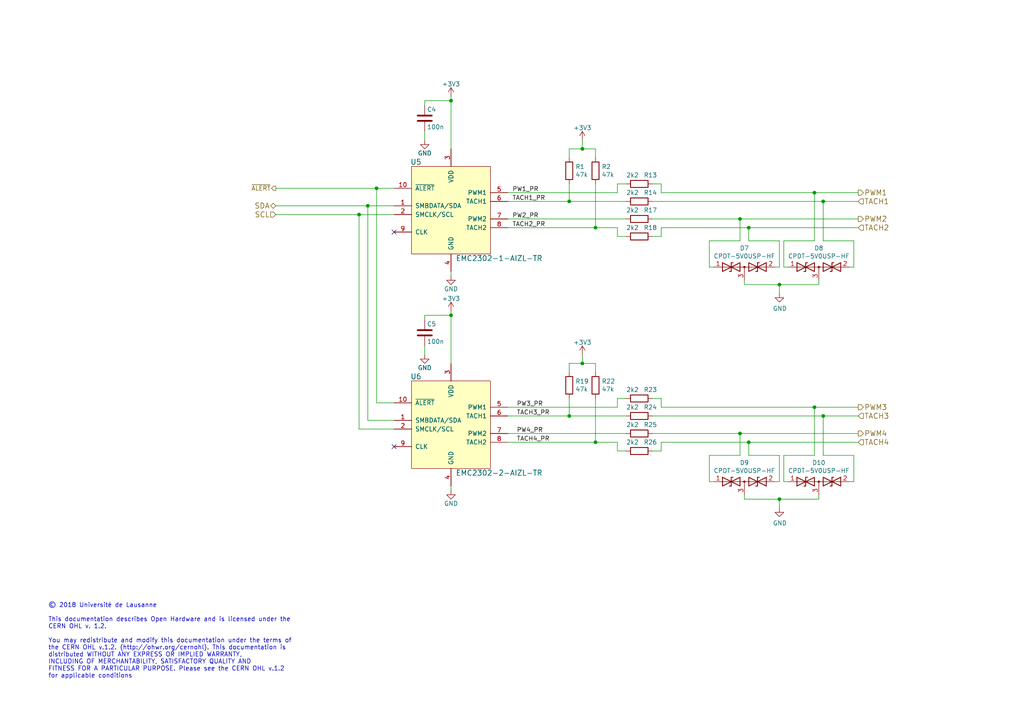
<source format=kicad_sch>
(kicad_sch (version 20231120) (generator "eeschema") (generator_version "8.0")
  (paper "A4")
  (title_block (title "4 Wire PC FAN Controller") (date "06/11/2018") (rev "B") (company "Université de Lausanne") (comment 1 "Author: Alexandre Tuleu") (comment 2 "Licensed under the CERN OHL v1.2"))
  (lib_symbols
    (symbol "Device:C" (pin_numbers hide) (pin_names (offset 0.254))
      (property "Reference" "C" (at 0.635 2.54 0))
      (property "Value" "C" (at 0.635 -2.54 0))
      (symbol "C_0_1"
        (polyline (pts (xy -2.032 -0.762) (xy 2.032 -0.762)) (stroke (width 0.508)))
        (polyline (pts (xy -2.032 0.762) (xy 2.032 0.762)) (stroke (width 0.508)))
      )
      (symbol "C_1_1"
        (pin passive line (at 0 3.81 270) (length 2.794) (name "~") (number "1"))
        (pin passive line (at 0 -3.81 90) (length 2.794) (name "~") (number "2"))
      )
    )
    (symbol "Device:D_TVS_Dual_AAC" (pin_names (offset 1.016) hide)
      (property "Reference" "D" (at 0 4.445 0))
      (property "Value" "D_TVS_Dual_AAC" (at 0 2.54 0))
      (symbol "D_TVS_Dual_AAC_0_0"
        (polyline (pts (xy 0 -1.27) (xy 0 0)))
      )
      (symbol "D_TVS_Dual_AAC_0_1"
        (polyline (pts (xy -6.35 0) (xy 6.35 0)))
        (polyline (pts (xy -3.302 1.27) (xy -3.81 1.27) (xy -3.81 -1.27) (xy -4.318 -1.27)) (stroke (width 0.254)))
        (polyline (pts (xy 4.318 1.27) (xy 3.81 1.27) (xy 3.81 -1.27) (xy 3.302 -1.27)) (stroke (width 0.254)))
        (polyline (pts (xy -6.35 1.27) (xy -1.27 -1.27) (xy -1.27 1.27) (xy -6.35 -1.27) (xy -6.35 1.27)) (stroke (width 0.254)))
        (polyline (pts (xy 6.35 1.27) (xy 1.27 -1.27) (xy 1.27 1.27) (xy 6.35 -1.27) (xy 6.35 1.27)) (stroke (width 0.254)))
        (circle (center 0 0) (radius 0.254) (fill (type outline)))
      )
      (symbol "D_TVS_Dual_AAC_1_1"
        (pin passive line (at -8.89 0 0) (length 2.54) (name "A1") (number "1"))
        (pin passive line (at 8.89 0 180) (length 2.54) (name "A2") (number "2"))
        (pin passive line (at 0 -3.81 90) (length 2.54) (name "common") (number "3"))
      )
    )
    (symbol "Device:R" (pin_numbers hide) (pin_names (offset 0))
      (property "Reference" "R" (at 2.032 0 90))
      (property "Value" "R" (at 0 0 90))
      (symbol "R_0_1"
        (rectangle (start -1.016 -2.54) (end 1.016 2.54) (stroke (width 0.254)))
      )
      (symbol "R_1_1"
        (pin passive line (at 0 3.81 270) (length 1.27) (name "~") (number "1"))
        (pin passive line (at 0 -3.81 90) (length 1.27) (name "~") (number "2"))
      )
    )
    (symbol "fort:EMC2302-1-AIZL-TR" (pin_names (offset 1.016))
      (property "Reference" "U" (at -10.16 13.97 0))
      (property "Value" "EMC2302-1-AIZL-TR" (at 12.7 -13.97 0))
      (symbol "EMC2302-1-AIZL-TR_0_1"
        (rectangle (start -11.43 12.7) (end 11.43 -12.7) (fill (type background)))
      )
      (symbol "EMC2302-1-AIZL-TR_1_1"
        (pin bidirectional line (at -16.51 1.27 0) (length 5.08) (name "SMBDATA/SDA") (number "1"))
        (pin bidirectional line (at -16.51 6.35 0) (length 5.08) (name "~{ALERT}") (number "10"))
        (pin input line (at -16.51 -1.27 0) (length 5.08) (name "SMCLK/SCL") (number "2"))
        (pin power_in line (at 0 17.78 270) (length 5.08) (name "VDD") (number "3"))
        (pin power_in line (at 0 -17.78 90) (length 5.08) (name "GND") (number "4"))
        (pin open_collector line (at 16.51 5.08 180) (length 5.08) (name "PWM1") (number "5"))
        (pin open_collector line (at 16.51 2.54 180) (length 5.08) (name "TACH1") (number "6"))
        (pin open_collector line (at 16.51 -2.54 180) (length 5.08) (name "PWM2") (number "7"))
        (pin open_collector line (at 16.51 -5.08 180) (length 5.08) (name "TACH2") (number "8"))
        (pin bidirectional line (at -16.51 -6.35 0) (length 5.08) (name "CLK") (number "9"))
      )
    )
    (symbol "fort:EMC2302-2-AIZL-TR" (pin_names (offset 1.016))
      (property "Reference" "U" (at -10.16 13.97 0))
      (property "Value" "EMC2302-2-AIZL-TR" (at 12.7 -13.97 0))
      (symbol "EMC2302-2-AIZL-TR_0_1"
        (rectangle (start -11.43 12.7) (end 11.43 -12.7) (fill (type background)))
      )
      (symbol "EMC2302-2-AIZL-TR_1_1"
        (pin bidirectional line (at -16.51 1.27 0) (length 5.08) (name "SMBDATA/SDA") (number "1"))
        (pin bidirectional line (at -16.51 6.35 0) (length 5.08) (name "~{ALERT}") (number "10"))
        (pin input line (at -16.51 -1.27 0) (length 5.08) (name "SMCLK/SCL") (number "2"))
        (pin power_in line (at 0 17.78 270) (length 5.08) (name "VDD") (number "3"))
        (pin power_in line (at 0 -17.78 90) (length 5.08) (name "GND") (number "4"))
        (pin open_collector line (at 16.51 5.08 180) (length 5.08) (name "PWM1") (number "5"))
        (pin open_collector line (at 16.51 2.54 180) (length 5.08) (name "TACH1") (number "6"))
        (pin open_collector line (at 16.51 -2.54 180) (length 5.08) (name "PWM2") (number "7"))
        (pin open_collector line (at 16.51 -5.08 180) (length 5.08) (name "TACH2") (number "8"))
        (pin bidirectional line (at -16.51 -6.35 0) (length 5.08) (name "CLK") (number "9"))
      )
    )
    (symbol "zeus-rescue:+3.3V-power" (power) (pin_names (offset 0))
      (property "Value" "power_+3.3V" (at 0 3.556 0))
      (symbol "+3.3V-power_0_1"
        (polyline (pts (xy -0.762 1.27) (xy 0 2.54)))
        (polyline (pts (xy 0 0) (xy 0 2.54)))
        (polyline (pts (xy 0 2.54) (xy 0.762 1.27)))
      )
      (symbol "+3.3V-power_1_1"
        (pin power_in line (at 0 0 90) (length 0) hide (name "+3V3") (number "1"))
      )
    )
    (symbol "zeus-rescue:GND-power" (power) (pin_names (offset 0))
      (property "Value" "power_GND" (at 0 -3.81 0))
      (symbol "GND-power_0_1"
        (polyline (pts (xy 0 0) (xy 0 -1.27) (xy 1.27 -1.27) (xy 0 -2.54) (xy -1.27 -1.27) (xy 0 -1.27)))
      )
      (symbol "GND-power_1_1"
        (pin power_in line (at 0 0 270) (length 0) hide (name "GND") (number "1"))
      )
    )
  )
  (junction (at 214.63 125.73))
  (junction (at 130.81 91.44))
  (junction (at 130.81 29.21))
  (junction (at 236.22 118.11))
  (junction (at 165.1 120.65))
  (junction (at 226.06 82.55))
  (junction (at 217.17 128.27))
  (junction (at 172.72 66.04))
  (junction (at 168.91 105.41))
  (junction (at 172.72 128.27))
  (junction (at 226.06 144.78))
  (junction (at 168.91 43.18))
  (junction (at 165.1 58.42))
  (junction (at 238.76 58.42))
  (junction (at 109.22 54.61))
  (junction (at 104.14 62.23))
  (junction (at 236.22 55.88))
  (junction (at 106.68 59.69))
  (junction (at 217.17 66.04))
  (junction (at 214.63 63.5))
  (junction (at 238.76 120.65))
  (no_connect (at 114.3 129.54))
  (no_connect (at 114.3 67.31))
  (wire (pts (xy 191.77 55.88) (xy 236.22 55.88)))
  (wire (pts (xy 214.63 125.73) (xy 248.92 125.73)))
  (wire (pts (xy 172.72 115.57) (xy 172.72 128.27)))
  (wire (pts (xy 147.32 120.65) (xy 165.1 120.65)))
  (wire (pts (xy 215.9 144.78) (xy 226.06 144.78)))
  (wire (pts (xy 236.22 118.11) (xy 248.92 118.11)))
  (wire (pts (xy 247.65 132.08) (xy 238.76 132.08)))
  (wire (pts (xy 181.61 115.57) (xy 179.07 115.57)))
  (wire (pts (xy 165.1 43.18) (xy 168.91 43.18)))
  (wire (pts (xy 147.32 118.11) (xy 179.07 118.11)))
  (wire (pts (xy 123.19 102.87) (xy 123.19 100.33)))
  (wire (pts (xy 191.77 66.04) (xy 217.17 66.04)))
  (wire (pts (xy 147.32 125.73) (xy 181.61 125.73)))
  (wire (pts (xy 191.77 53.34) (xy 191.77 55.88)))
  (wire (pts (xy 179.07 128.27) (xy 179.07 130.81)))
  (wire (pts (xy 237.49 82.55) (xy 237.49 81.28)))
  (wire (pts (xy 226.06 132.08) (xy 217.17 132.08)))
  (wire (pts (xy 224.79 77.47) (xy 226.06 77.47)))
  (wire (pts (xy 226.06 144.78) (xy 237.49 144.78)))
  (wire (pts (xy 191.77 128.27) (xy 217.17 128.27)))
  (wire (pts (xy 179.07 66.04) (xy 179.07 68.58)))
  (wire (pts (xy 80.01 62.23) (xy 104.14 62.23)))
  (wire (pts (xy 189.23 120.65) (xy 238.76 120.65)))
  (wire (pts (xy 130.81 29.21) (xy 130.81 43.18)))
  (wire (pts (xy 189.23 53.34) (xy 191.77 53.34)))
  (wire (pts (xy 165.1 53.34) (xy 165.1 58.42)))
  (wire (pts (xy 226.06 82.55) (xy 237.49 82.55)))
  (wire (pts (xy 227.33 77.47) (xy 227.33 69.85)))
  (wire (pts (xy 80.01 54.61) (xy 109.22 54.61)))
  (wire (pts (xy 106.68 59.69) (xy 114.3 59.69)))
  (wire (pts (xy 80.01 59.69) (xy 106.68 59.69)))
  (wire (pts (xy 205.74 139.7) (xy 205.74 132.08)))
  (wire (pts (xy 191.77 130.81) (xy 191.77 128.27)))
  (wire (pts (xy 205.74 77.47) (xy 205.74 69.85)))
  (wire (pts (xy 227.33 69.85) (xy 236.22 69.85)))
  (wire (pts (xy 246.38 77.47) (xy 247.65 77.47)))
  (wire (pts (xy 165.1 120.65) (xy 181.61 120.65)))
  (wire (pts (xy 226.06 77.47) (xy 226.06 69.85)))
  (wire (pts (xy 165.1 115.57) (xy 165.1 120.65)))
  (wire (pts (xy 228.6 139.7) (xy 227.33 139.7)))
  (wire (pts (xy 168.91 43.18) (xy 168.91 40.64)))
  (wire (pts (xy 226.06 69.85) (xy 217.17 69.85)))
  (wire (pts (xy 172.72 66.04) (xy 179.07 66.04)))
  (wire (pts (xy 147.32 58.42) (xy 165.1 58.42)))
  (wire (pts (xy 189.23 130.81) (xy 191.77 130.81)))
  (wire (pts (xy 226.06 147.32) (xy 226.06 144.78)))
  (wire (pts (xy 189.23 68.58) (xy 191.77 68.58)))
  (wire (pts (xy 179.07 55.88) (xy 147.32 55.88)))
  (wire (pts (xy 147.32 66.04) (xy 172.72 66.04)))
  (wire (pts (xy 130.81 78.74) (xy 130.81 80.01)))
  (wire (pts (xy 179.07 130.81) (xy 181.61 130.81)))
  (wire (pts (xy 130.81 27.94) (xy 130.81 29.21)))
  (wire (pts (xy 215.9 143.51) (xy 215.9 144.78)))
  (wire (pts (xy 214.63 69.85) (xy 214.63 63.5)))
  (wire (pts (xy 189.23 63.5) (xy 214.63 63.5)))
  (wire (pts (xy 104.14 124.46) (xy 114.3 124.46)))
  (wire (pts (xy 130.81 91.44) (xy 130.81 105.41)))
  (wire (pts (xy 228.6 77.47) (xy 227.33 77.47)))
  (wire (pts (xy 165.1 105.41) (xy 168.91 105.41)))
  (wire (pts (xy 109.22 116.84) (xy 109.22 54.61)))
  (wire (pts (xy 227.33 139.7) (xy 227.33 132.08)))
  (wire (pts (xy 123.19 29.21) (xy 130.81 29.21)))
  (wire (pts (xy 236.22 132.08) (xy 236.22 118.11)))
  (wire (pts (xy 247.65 139.7) (xy 247.65 132.08)))
  (wire (pts (xy 165.1 45.72) (xy 165.1 43.18)))
  (wire (pts (xy 238.76 69.85) (xy 238.76 58.42)))
  (wire (pts (xy 172.72 107.95) (xy 172.72 105.41)))
  (wire (pts (xy 109.22 54.61) (xy 114.3 54.61)))
  (wire (pts (xy 147.32 63.5) (xy 181.61 63.5)))
  (wire (pts (xy 114.3 116.84) (xy 109.22 116.84)))
  (wire (pts (xy 191.77 68.58) (xy 191.77 66.04)))
  (wire (pts (xy 238.76 120.65) (xy 248.92 120.65)))
  (wire (pts (xy 123.19 40.64) (xy 123.19 38.1)))
  (wire (pts (xy 205.74 132.08) (xy 214.63 132.08)))
  (wire (pts (xy 238.76 58.42) (xy 248.92 58.42)))
  (wire (pts (xy 179.07 118.11) (xy 179.07 115.57)))
  (wire (pts (xy 179.07 68.58) (xy 181.61 68.58)))
  (wire (pts (xy 205.74 69.85) (xy 214.63 69.85)))
  (wire (pts (xy 172.72 53.34) (xy 172.72 66.04)))
  (wire (pts (xy 123.19 30.48) (xy 123.19 29.21)))
  (wire (pts (xy 214.63 132.08) (xy 214.63 125.73)))
  (wire (pts (xy 106.68 121.92) (xy 114.3 121.92)))
  (wire (pts (xy 191.77 118.11) (xy 236.22 118.11)))
  (wire (pts (xy 165.1 107.95) (xy 165.1 105.41)))
  (wire (pts (xy 217.17 66.04) (xy 248.92 66.04)))
  (wire (pts (xy 123.19 92.71) (xy 123.19 91.44)))
  (wire (pts (xy 215.9 82.55) (xy 226.06 82.55)))
  (wire (pts (xy 179.07 53.34) (xy 179.07 55.88)))
  (wire (pts (xy 236.22 55.88) (xy 248.92 55.88)))
  (wire (pts (xy 207.01 77.47) (xy 205.74 77.47)))
  (wire (pts (xy 104.14 62.23) (xy 114.3 62.23)))
  (wire (pts (xy 172.72 45.72) (xy 172.72 43.18)))
  (wire (pts (xy 237.49 144.78) (xy 237.49 143.51)))
  (wire (pts (xy 172.72 128.27) (xy 179.07 128.27)))
  (wire (pts (xy 189.23 58.42) (xy 238.76 58.42)))
  (wire (pts (xy 106.68 121.92) (xy 106.68 59.69)))
  (wire (pts (xy 227.33 132.08) (xy 236.22 132.08)))
  (wire (pts (xy 147.32 128.27) (xy 172.72 128.27)))
  (wire (pts (xy 191.77 115.57) (xy 191.77 118.11)))
  (wire (pts (xy 246.38 139.7) (xy 247.65 139.7)))
  (wire (pts (xy 238.76 132.08) (xy 238.76 120.65)))
  (wire (pts (xy 168.91 105.41) (xy 168.91 102.87)))
  (wire (pts (xy 189.23 115.57) (xy 191.77 115.57)))
  (wire (pts (xy 217.17 69.85) (xy 217.17 66.04)))
  (wire (pts (xy 214.63 63.5) (xy 248.92 63.5)))
  (wire (pts (xy 130.81 140.97) (xy 130.81 142.24)))
  (wire (pts (xy 130.81 90.17) (xy 130.81 91.44)))
  (wire (pts (xy 207.01 139.7) (xy 205.74 139.7)))
  (wire (pts (xy 217.17 132.08) (xy 217.17 128.27)))
  (wire (pts (xy 215.9 81.28) (xy 215.9 82.55)))
  (wire (pts (xy 247.65 69.85) (xy 238.76 69.85)))
  (wire (pts (xy 236.22 69.85) (xy 236.22 55.88)))
  (wire (pts (xy 104.14 62.23) (xy 104.14 124.46)))
  (wire (pts (xy 181.61 53.34) (xy 179.07 53.34)))
  (wire (pts (xy 168.91 105.41) (xy 172.72 105.41)))
  (wire (pts (xy 217.17 128.27) (xy 248.92 128.27)))
  (wire (pts (xy 123.19 91.44) (xy 130.81 91.44)))
  (wire (pts (xy 226.06 139.7) (xy 226.06 132.08)))
  (wire (pts (xy 226.06 85.09) (xy 226.06 82.55)))
  (wire (pts (xy 168.91 43.18) (xy 172.72 43.18)))
  (wire (pts (xy 189.23 125.73) (xy 214.63 125.73)))
  (wire (pts (xy 247.65 77.47) (xy 247.65 69.85)))
  (wire (pts (xy 224.79 139.7) (xy 226.06 139.7)))
  (wire (pts (xy 165.1 58.42) (xy 181.61 58.42)))
  (text "© 2018 Université de Lausanne\n\nThis documentation describes Open Hardware and is licensed under the\nCERN OHL v. 1.2.\n\nYou may redistribute and modify this documentation under the terms of\nthe CERN OHL v.1.2. (http://ohwr.org/cernohl). This documentation is\ndistributed WITHOUT ANY EXPRESS OR IMPLIED WARRANTY,\nINCLUDING OF MERCHANTABILITY, SATISFACTORY QUALITY AND\nFITNESS FOR A PARTICULAR PURPOSE. Please see the CERN OHL v.1.2\nfor applicable conditions" (at 13.97 196.85 0) (effects (font (size 1.27 1.27)) (justify left bottom)))
  (label "TACH4_PR" (at 149.86 128.27 0))
  (label "TACH3_PR" (at 149.86 120.65 0))
  (label "TACH1_PR" (at 148.59 58.42 0))
  (label "TACH2_PR" (at 148.59 66.04 0))
  (label "PW2_PR" (at 148.59 63.5 0))
  (label "PW4_PR" (at 149.86 125.73 0))
  (label "PW3_PR" (at 149.86 118.11 0))
  (label "PW1_PR" (at 148.59 55.88 0))
  (hierarchical_label "TACH4" (shape input) (at 248.92 128.27 0) (effects (font (size 1.524 1.524))))
  (hierarchical_label "TACH2" (shape input) (at 248.92 66.04 0) (effects (font (size 1.524 1.524))))
  (hierarchical_label "SDA" (shape bidirectional) (at 80.01 59.69 180) (effects (font (size 1.524 1.524))))
  (hierarchical_label "SCL" (shape input) (at 80.01 62.23 180) (effects (font (size 1.524 1.524))))
  (hierarchical_label "PWM4" (shape output) (at 248.92 125.73 0) (effects (font (size 1.524 1.524))))
  (hierarchical_label "PWM2" (shape output) (at 248.92 63.5 0) (effects (font (size 1.524 1.524))))
  (hierarchical_label "TACH3" (shape input) (at 248.92 120.65 0) (effects (font (size 1.524 1.524))))
  (hierarchical_label "PWM1" (shape output) (at 248.92 55.88 0) (effects (font (size 1.524 1.524))))
  (hierarchical_label "PWM3" (shape output) (at 248.92 118.11 0) (effects (font (size 1.524 1.524))))
  (hierarchical_label "TACH1" (shape input) (at 248.92 58.42 0) (effects (font (size 1.524 1.524))))
  (hierarchical_label "~{ALERT}" (shape output) (at 80.01 54.61 180))
  (symbol (lib_id "fort:EMC2302-1-AIZL-TR") (at 130.81 60.96 0) (unit 1)
    (property "Reference" "U5" (at 120.65 46.99 0) (effects (font (size 1.524 1.524))))
    (property "Value" "EMC2302-1-AIZL-TR" (at 144.78 74.93 0) (effects (font (size 1.524 1.524))))
    (property "Footprint" "Package_SO:MSOP-10_3x3mm_P0.5mm" (effects (hide yes)))
    (property "Description" "EMC2302-1-AIZL-TR" (effects (hide yes)))
    (property "MPN" "EMC2302-1-AIZL-TR" (effects (hide yes)))
  )
  (symbol (lib_id "zeus-rescue:+3.3V-power") (at 130.81 27.94 0) (unit 1)
    (property "Reference" "#PWR0108" (effects (hide yes)))
    (property "Value" "+3V3" (at 130.81 24.384 0))
  )
  (symbol (lib_id "Device:C") (at 123.19 34.29 0) (unit 1)
    (property "Reference" "C4" (at 123.825 31.75 0) (effects (justify left)))
    (property "Value" "100n" (at 123.825 36.83 0) (effects (justify left)))
    (property "Footprint" "Capacitor_SMD:C_0603_1608Metric" (effects (hide yes)))
    (property "Description" "GPC0603104" (effects (hide yes)))
    (property "MPN" "GPC0603104" (effects (hide yes)))
  )
  (symbol (lib_id "zeus-rescue:GND-power") (at 123.19 40.64 0) (unit 1)
    (property "Reference" "#PWR0106" (effects (hide yes)))
    (property "Value" "GND" (at 123.19 44.45 0))
  )
  (symbol (lib_id "zeus-rescue:GND-power") (at 130.81 80.01 0) (unit 1)
    (property "Reference" "#PWR0107" (effects (hide yes)))
    (property "Value" "GND" (at 130.81 83.82 0))
  )
  (symbol (lib_id "Device:R") (at 165.1 49.53 0) (unit 1)
    (property "Reference" "R1" (at 166.878 48.3616 0) (effects (justify left)))
    (property "Value" "47k" (at 166.878 50.673 0) (effects (justify left)))
    (property "Footprint" "Resistor_SMD:R_0603_1608Metric" (effects (hide yes)))
    (property "Description" "GPR060347K" (effects (hide yes)))
    (property "MPN" "GPR060347K" (effects (hide yes)))
  )
  (symbol (lib_id "zeus-rescue:+3.3V-power") (at 168.91 40.64 0) (unit 1)
    (property "Reference" "#PWR0118" (effects (hide yes)))
    (property "Value" "+3V3" (at 168.91 37.084 0))
  )
  (symbol (lib_id "zeus-rescue:+3.3V-power") (at 130.81 90.17 0) (unit 1)
    (property "Reference" "#PWR0113" (effects (hide yes)))
    (property "Value" "+3V3" (at 130.81 86.614 0))
  )
  (symbol (lib_id "Device:C") (at 123.19 96.52 0) (unit 1)
    (property "Reference" "C5" (at 123.825 93.98 0) (effects (justify left)))
    (property "Value" "100n" (at 123.825 99.06 0) (effects (justify left)))
    (property "Footprint" "Capacitor_SMD:C_0603_1608Metric" (effects (hide yes)))
    (property "Description" "GPC0603104" (effects (hide yes)))
    (property "MPN" "GPC0603104" (effects (hide yes)))
  )
  (symbol (lib_id "zeus-rescue:GND-power") (at 123.19 102.87 0) (unit 1)
    (property "Reference" "#PWR0114" (effects (hide yes)))
    (property "Value" "GND" (at 123.19 106.68 0))
  )
  (symbol (lib_id "zeus-rescue:GND-power") (at 130.81 142.24 0) (unit 1)
    (property "Reference" "#PWR0115" (effects (hide yes)))
    (property "Value" "GND" (at 130.81 146.05 0))
  )
  (symbol (lib_id "zeus-rescue:+3.3V-power") (at 168.91 102.87 0) (unit 1)
    (property "Reference" "#PWR0116" (effects (hide yes)))
    (property "Value" "+3V3" (at 168.91 99.314 0))
  )
  (symbol (lib_id "fort:EMC2302-2-AIZL-TR") (at 130.81 123.19 0) (unit 1)
    (property "Reference" "U6" (at 120.65 109.22 0) (effects (font (size 1.524 1.524))))
    (property "Value" "EMC2302-2-AIZL-TR" (at 144.78 137.16 0) (effects (font (size 1.524 1.524))))
    (property "Footprint" "Package_SO:MSOP-10_3x3mm_P0.5mm" (effects (hide yes)))
    (property "Description" "EMC2302-2-AIZL-TR" (effects (hide yes)))
    (property "MPN" "EMC2302-2-AIZL-TR" (effects (hide yes)))
  )
  (symbol (lib_id "Device:R") (at 172.72 49.53 0) (unit 1)
    (property "Reference" "R2" (at 174.498 48.3616 0) (effects (justify left)))
    (property "Value" "47k" (at 174.498 50.673 0) (effects (justify left)))
    (property "Footprint" "Resistor_SMD:R_0603_1608Metric" (effects (hide yes)))
    (property "Description" "GPR060347K" (effects (hide yes)))
    (property "MPN" "GPR060347K" (effects (hide yes)))
  )
  (symbol (lib_id "Device:R") (at 165.1 111.76 0) (unit 1)
    (property "Reference" "R19" (at 166.878 110.5916 0) (effects (justify left)))
    (property "Value" "47k" (at 166.878 112.903 0) (effects (justify left)))
    (property "Footprint" "Resistor_SMD:R_0603_1608Metric" (effects (hide yes)))
    (property "Description" "GPR060347K" (effects (hide yes)))
    (property "MPN" "GPR060347K" (effects (hide yes)))
  )
  (symbol (lib_id "Device:R") (at 172.72 111.76 0) (unit 1)
    (property "Reference" "R22" (at 174.498 110.5916 0) (effects (justify left)))
    (property "Value" "47k" (at 174.498 112.903 0) (effects (justify left)))
    (property "Footprint" "Resistor_SMD:R_0603_1608Metric" (effects (hide yes)))
    (property "Description" "GPR060347K" (effects (hide yes)))
    (property "MPN" "GPR060347K" (effects (hide yes)))
  )
  (symbol (lib_id "Device:R") (at 185.42 58.42 270) (unit 1)
    (property "Reference" "R14" (at 186.69 55.88 90) (effects (justify left)))
    (property "Value" "2k2" (at 181.61 55.88 90) (effects (justify left)))
    (property "Footprint" "Resistor_SMD:R_0603_1608Metric" (effects (hide yes)))
    (property "Description" "GPR06032K2" (effects (hide yes)))
    (property "MPN" "GPR06032K2" (effects (hide yes)))
  )
  (symbol (lib_id "Device:R") (at 185.42 53.34 270) (unit 1)
    (property "Reference" "R13" (at 186.69 50.8 90) (effects (justify left)))
    (property "Value" "2k2" (at 181.61 50.8 90) (effects (justify left)))
    (property "Footprint" "Resistor_SMD:R_0603_1608Metric" (effects (hide yes)))
    (property "Description" "GPR06032K2" (effects (hide yes)))
    (property "MPN" "GPR06032K2" (effects (hide yes)))
  )
  (symbol (lib_id "Device:R") (at 185.42 63.5 270) (unit 1)
    (property "Reference" "R17" (at 186.69 60.96 90) (effects (justify left)))
    (property "Value" "2k2" (at 181.61 60.96 90) (effects (justify left)))
    (property "Footprint" "Resistor_SMD:R_0603_1608Metric" (effects (hide yes)))
    (property "Description" "GPR06032K2" (effects (hide yes)))
    (property "MPN" "GPR06032K2" (effects (hide yes)))
  )
  (symbol (lib_id "Device:R") (at 185.42 68.58 270) (unit 1)
    (property "Reference" "R18" (at 186.69 66.04 90) (effects (justify left)))
    (property "Value" "2k2" (at 181.61 66.04 90) (effects (justify left)))
    (property "Footprint" "Resistor_SMD:R_0603_1608Metric" (effects (hide yes)))
    (property "Description" "GPR06032K2" (effects (hide yes)))
    (property "MPN" "GPR06032K2" (effects (hide yes)))
  )
  (symbol (lib_id "Device:R") (at 185.42 120.65 270) (unit 1)
    (property "Reference" "R24" (at 186.69 118.11 90) (effects (justify left)))
    (property "Value" "2k2" (at 181.61 118.11 90) (effects (justify left)))
    (property "Footprint" "Resistor_SMD:R_0603_1608Metric" (effects (hide yes)))
    (property "Description" "GPR06032K2" (effects (hide yes)))
    (property "MPN" "GPR06032K2" (effects (hide yes)))
  )
  (symbol (lib_id "Device:R") (at 185.42 115.57 270) (unit 1)
    (property "Reference" "R23" (at 186.69 113.03 90) (effects (justify left)))
    (property "Value" "2k2" (at 181.61 113.03 90) (effects (justify left)))
    (property "Footprint" "Resistor_SMD:R_0603_1608Metric" (effects (hide yes)))
    (property "Description" "GPR06032K2" (effects (hide yes)))
    (property "MPN" "GPR06032K2" (effects (hide yes)))
  )
  (symbol (lib_id "Device:R") (at 185.42 125.73 270) (unit 1)
    (property "Reference" "R25" (at 186.69 123.19 90) (effects (justify left)))
    (property "Value" "2k2" (at 181.61 123.19 90) (effects (justify left)))
    (property "Footprint" "Resistor_SMD:R_0603_1608Metric" (effects (hide yes)))
    (property "Description" "GPR06032K2" (effects (hide yes)))
    (property "MPN" "GPR06032K2" (effects (hide yes)))
  )
  (symbol (lib_id "Device:R") (at 185.42 130.81 270) (unit 1)
    (property "Reference" "R26" (at 186.69 128.27 90) (effects (justify left)))
    (property "Value" "2k2" (at 181.61 128.27 90) (effects (justify left)))
    (property "Footprint" "Resistor_SMD:R_0603_1608Metric" (effects (hide yes)))
    (property "Description" "GPR06032K2" (effects (hide yes)))
    (property "MPN" "GPR06032K2" (effects (hide yes)))
  )
  (symbol (lib_id "Device:D_TVS_Dual_AAC") (at 215.9 77.47 0) (unit 1)
    (property "Reference" "D7" (at 215.9 71.9836 0))
    (property "Value" "CPDT-5V0USP-HF" (at 215.9 74.295 0))
    (property "Footprint" "Package_TO_SOT_SMD:SOT-23" (effects (hide yes)))
    (property "Description" "Bidirectional dual transient-voltage-suppression diode, center on pin 3" (effects (hide yes)))
    (property "MPN" "CPDT-5V0USP-HF" (effects (hide yes)))
  )
  (symbol (lib_id "Device:D_TVS_Dual_AAC") (at 237.49 77.47 0) (unit 1)
    (property "Reference" "D8" (at 237.49 71.9836 0))
    (property "Value" "CPDT-5V0USP-HF" (at 237.49 74.295 0))
    (property "Footprint" "Package_TO_SOT_SMD:SOT-23" (effects (hide yes)))
    (property "Description" "Bidirectional dual transient-voltage-suppression diode, center on pin 3" (effects (hide yes)))
    (property "MPN" "CPDT-5V0USP-HF" (effects (hide yes)))
  )
  (symbol (lib_id "zeus-rescue:GND-power") (at 226.06 85.09 0) (unit 1)
    (property "Reference" "#PWR05" (effects (hide yes)))
    (property "Value" "GND" (at 226.187 89.4842 0))
  )
  (symbol (lib_id "Device:D_TVS_Dual_AAC") (at 215.9 139.7 0) (unit 1)
    (property "Reference" "D9" (at 215.9 134.2136 0))
    (property "Value" "CPDT-5V0USP-HF" (at 215.9 136.525 0))
    (property "Footprint" "Package_TO_SOT_SMD:SOT-23" (effects (hide yes)))
    (property "Description" "Bidirectional dual transient-voltage-suppression diode, center on pin 3" (effects (hide yes)))
    (property "MPN" "CPDT-5V0USP-HF" (effects (hide yes)))
  )
  (symbol (lib_id "Device:D_TVS_Dual_AAC") (at 237.49 139.7 0) (unit 1)
    (property "Reference" "D10" (at 237.49 134.2136 0))
    (property "Value" "CPDT-5V0USP-HF" (at 237.49 136.525 0))
    (property "Footprint" "Package_TO_SOT_SMD:SOT-23" (effects (hide yes)))
    (property "Description" "Bidirectional dual transient-voltage-suppression diode, center on pin 3" (effects (hide yes)))
    (property "MPN" "CPDT-5V0USP-HF" (effects (hide yes)))
  )
  (symbol (lib_id "zeus-rescue:GND-power") (at 226.06 147.32 0) (unit 1)
    (property "Reference" "#PWR06" (effects (hide yes)))
    (property "Value" "GND" (at 226.187 151.7142 0))
  )
)
</source>
